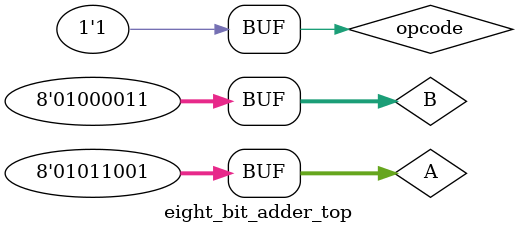
<source format=v>
`include "A4Q1_eight_bit_adder.v"
module eight_bit_adder_top;
    
   reg [7:0] A;
   reg [7:0] B;
   reg opcode;
    reg [7:0] C;
    
   wire [7:0] Sum;
   wire Carry;
   wire overflow;
    
    eight_bit_adder ADDER (A, B, opcode, Sum, Carry, overflow);

    always @(*) begin
         $display("time = %d,  A = %d , B = %d  ,  opcode = %d  ,  Sum = %d  Sum = %b and Carry = %b overflow=%b", $time, A, B, opcode, Sum, Sum, Carry, overflow);
   end

   initial begin
      A = 100; B = 100; opcode = 1;
      #1
      $display("\n");
      A = 59; B = 48; opcode = 0;
      #1
      $display("\n");
      A = 20; B = 67; opcode = 0;
      #1
      $display("\n");
      A = 100; B = 40; opcode = 1;
      #1
      $display("\n");
      A = 60; B = 100; opcode = 1;
      #1
      $display("\n");
      A = 50; B = 100; opcode = 0;
      #1
      $display("\n");
      A = 70; B = 60; opcode = 1;
      #1
      $display("\n");
      A = 40; B = 90; opcode = 0;
      #1
      $display("\n");
      A = 55; B = 66; opcode = 1;
      #1
      $display("\n");
      A = 89; B = 67; opcode = 1;
      #1
      $display("\n");

   end

endmodule
</source>
